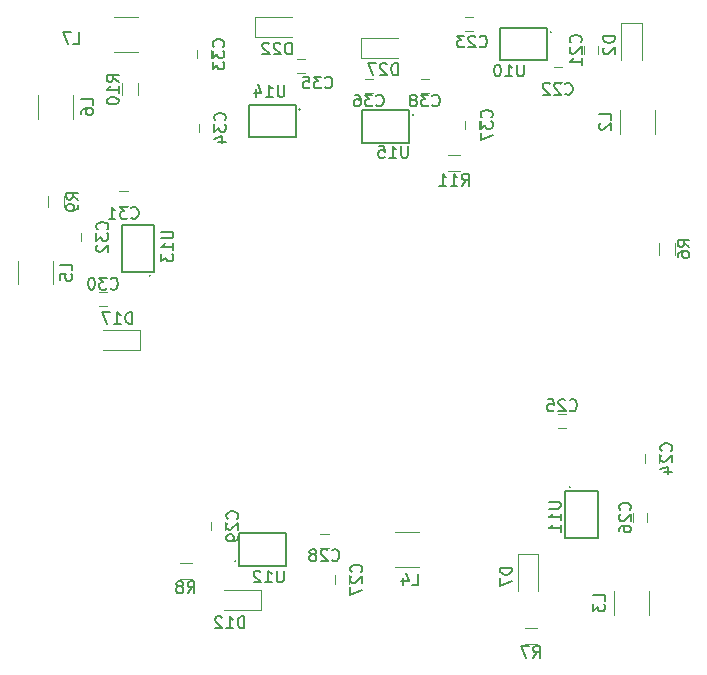
<source format=gbo>
G04 #@! TF.FileFunction,Legend,Bot*
%FSLAX46Y46*%
G04 Gerber Fmt 4.6, Leading zero omitted, Abs format (unit mm)*
G04 Created by KiCad (PCBNEW 4.0.6) date 08/02/17 22:49:11*
%MOMM*%
%LPD*%
G01*
G04 APERTURE LIST*
%ADD10C,0.100000*%
%ADD11C,0.120000*%
%ADD12C,0.150000*%
%ADD13C,0.101600*%
G04 APERTURE END LIST*
D10*
D11*
X212980000Y-63330000D02*
X212980000Y-64030000D01*
X214180000Y-64030000D02*
X214180000Y-63330000D01*
X210400000Y-66350000D02*
X211100000Y-66350000D01*
X211100000Y-65150000D02*
X210400000Y-65150000D01*
X203600000Y-60900000D02*
X202900000Y-60900000D01*
X202900000Y-62100000D02*
X203600000Y-62100000D01*
X219350000Y-98600000D02*
X219350000Y-97900000D01*
X218150000Y-97900000D02*
X218150000Y-98600000D01*
X211470000Y-94450000D02*
X210770000Y-94450000D01*
X210770000Y-95650000D02*
X211470000Y-95650000D01*
X217150000Y-102900000D02*
X217150000Y-103600000D01*
X218350000Y-103600000D02*
X218350000Y-102900000D01*
X193100000Y-108850000D02*
X193100000Y-108150000D01*
X191900000Y-108150000D02*
X191900000Y-108850000D01*
X190650000Y-105850000D02*
X191350000Y-105850000D01*
X191350000Y-104650000D02*
X190650000Y-104650000D01*
X182600000Y-104350000D02*
X182600000Y-103650000D01*
X181400000Y-103650000D02*
X181400000Y-104350000D01*
X172600000Y-84150000D02*
X171900000Y-84150000D01*
X171900000Y-85350000D02*
X172600000Y-85350000D01*
X173650000Y-76850000D02*
X174350000Y-76850000D01*
X174350000Y-75650000D02*
X173650000Y-75650000D01*
X171600000Y-79850000D02*
X171600000Y-79150000D01*
X170400000Y-79150000D02*
X170400000Y-79850000D01*
X181430000Y-64390000D02*
X181430000Y-63690000D01*
X180230000Y-63690000D02*
X180230000Y-64390000D01*
X181570000Y-70620000D02*
X181570000Y-69920000D01*
X180370000Y-69920000D02*
X180370000Y-70620000D01*
X189350000Y-64400000D02*
X188650000Y-64400000D01*
X188650000Y-65600000D02*
X189350000Y-65600000D01*
X194400000Y-67350000D02*
X195100000Y-67350000D01*
X195100000Y-66150000D02*
X194400000Y-66150000D01*
X204130000Y-70370000D02*
X204130000Y-69670000D01*
X202930000Y-69670000D02*
X202930000Y-70370000D01*
X199150000Y-67350000D02*
X199850000Y-67350000D01*
X199850000Y-66150000D02*
X199150000Y-66150000D01*
X218980000Y-70750000D02*
X218980000Y-68750000D01*
X216020000Y-68750000D02*
X216020000Y-70750000D01*
X218480000Y-111500000D02*
X218480000Y-109500000D01*
X215520000Y-109500000D02*
X215520000Y-111500000D01*
X197000000Y-107480000D02*
X199000000Y-107480000D01*
X199000000Y-104520000D02*
X197000000Y-104520000D01*
X165020000Y-81500000D02*
X165020000Y-83500000D01*
X167980000Y-83500000D02*
X167980000Y-81500000D01*
X166770000Y-67480000D02*
X166770000Y-69480000D01*
X169730000Y-69480000D02*
X169730000Y-67480000D01*
X175200000Y-60840000D02*
X173200000Y-60840000D01*
X173200000Y-63800000D02*
X175200000Y-63800000D01*
X219320000Y-80000000D02*
X219320000Y-81000000D01*
X220680000Y-81000000D02*
X220680000Y-80000000D01*
X209000000Y-112570000D02*
X208000000Y-112570000D01*
X208000000Y-113930000D02*
X209000000Y-113930000D01*
X179750000Y-107070000D02*
X178750000Y-107070000D01*
X178750000Y-108430000D02*
X179750000Y-108430000D01*
X167570000Y-76000000D02*
X167570000Y-77000000D01*
X168930000Y-77000000D02*
X168930000Y-76000000D01*
X175250000Y-67500000D02*
X175250000Y-66500000D01*
X173890000Y-66500000D02*
X173890000Y-67500000D01*
X202500000Y-72570000D02*
X201500000Y-72570000D01*
X201500000Y-73930000D02*
X202500000Y-73930000D01*
X216150000Y-61350000D02*
X217850000Y-61350000D01*
X217850000Y-61350000D02*
X217850000Y-64500000D01*
X216150000Y-61350000D02*
X216150000Y-64500000D01*
X207400000Y-106350000D02*
X209100000Y-106350000D01*
X209100000Y-106350000D02*
X209100000Y-109500000D01*
X207400000Y-106350000D02*
X207400000Y-109500000D01*
X185650000Y-109400000D02*
X185650000Y-111100000D01*
X185650000Y-111100000D02*
X182500000Y-111100000D01*
X185650000Y-109400000D02*
X182500000Y-109400000D01*
X175400000Y-87400000D02*
X175400000Y-89100000D01*
X175400000Y-89100000D02*
X172250000Y-89100000D01*
X175400000Y-87400000D02*
X172250000Y-87400000D01*
X185100000Y-62600000D02*
X185100000Y-60900000D01*
X185100000Y-60900000D02*
X188250000Y-60900000D01*
X185100000Y-62600000D02*
X188250000Y-62600000D01*
X194100000Y-64350000D02*
X194100000Y-62650000D01*
X194100000Y-62650000D02*
X197250000Y-62650000D01*
X194100000Y-64350000D02*
X197250000Y-64350000D01*
D12*
X183800000Y-104600000D02*
X183750000Y-104600000D01*
X183800000Y-107350000D02*
X183750000Y-107350000D01*
X183750000Y-107350000D02*
X183750000Y-104600000D01*
X183800000Y-107350000D02*
X187750000Y-107350000D01*
X187750000Y-107350000D02*
X187750000Y-104600000D01*
X187750000Y-104600000D02*
X183800000Y-104600000D01*
D13*
X183518570Y-106959680D02*
G75*
G03X183518570Y-106959680I-68250J0D01*
G01*
D12*
X214150000Y-101050000D02*
X214150000Y-101000000D01*
X211400000Y-101050000D02*
X211400000Y-101000000D01*
X211400000Y-101000000D02*
X214150000Y-101000000D01*
X211400000Y-101050000D02*
X211400000Y-105000000D01*
X211400000Y-105000000D02*
X214150000Y-105000000D01*
X214150000Y-105000000D02*
X214150000Y-101050000D01*
D13*
X211858570Y-100700320D02*
G75*
G03X211858570Y-100700320I-68250J0D01*
G01*
D12*
X173850000Y-82450000D02*
X173850000Y-82500000D01*
X176600000Y-82450000D02*
X176600000Y-82500000D01*
X176600000Y-82500000D02*
X173850000Y-82500000D01*
X176600000Y-82450000D02*
X176600000Y-78500000D01*
X176600000Y-78500000D02*
X173850000Y-78500000D01*
X173850000Y-78500000D02*
X173850000Y-82450000D01*
D13*
X176277930Y-82799680D02*
G75*
G03X176277930Y-82799680I-68250J0D01*
G01*
D12*
X188530000Y-71080000D02*
X188580000Y-71080000D01*
X188530000Y-68330000D02*
X188580000Y-68330000D01*
X188580000Y-68330000D02*
X188580000Y-71080000D01*
X188530000Y-68330000D02*
X184580000Y-68330000D01*
X184580000Y-68330000D02*
X184580000Y-71080000D01*
X184580000Y-71080000D02*
X188530000Y-71080000D01*
D13*
X188947930Y-68720320D02*
G75*
G03X188947930Y-68720320I-68250J0D01*
G01*
D12*
X198140000Y-71530000D02*
X198190000Y-71530000D01*
X198140000Y-68780000D02*
X198190000Y-68780000D01*
X198190000Y-68780000D02*
X198190000Y-71530000D01*
X198140000Y-68780000D02*
X194190000Y-68780000D01*
X194190000Y-68780000D02*
X194190000Y-71530000D01*
X194190000Y-71530000D02*
X198140000Y-71530000D01*
D13*
X198557930Y-69170320D02*
G75*
G03X198557930Y-69170320I-68250J0D01*
G01*
D12*
X209820000Y-64540000D02*
X209870000Y-64540000D01*
X209820000Y-61790000D02*
X209870000Y-61790000D01*
X209870000Y-61790000D02*
X209870000Y-64540000D01*
X209820000Y-61790000D02*
X205870000Y-61790000D01*
X205870000Y-61790000D02*
X205870000Y-64540000D01*
X205870000Y-64540000D02*
X209820000Y-64540000D01*
D13*
X210237930Y-62180320D02*
G75*
G03X210237930Y-62180320I-68250J0D01*
G01*
D12*
X212687143Y-63037143D02*
X212734762Y-62989524D01*
X212782381Y-62846667D01*
X212782381Y-62751429D01*
X212734762Y-62608571D01*
X212639524Y-62513333D01*
X212544286Y-62465714D01*
X212353810Y-62418095D01*
X212210952Y-62418095D01*
X212020476Y-62465714D01*
X211925238Y-62513333D01*
X211830000Y-62608571D01*
X211782381Y-62751429D01*
X211782381Y-62846667D01*
X211830000Y-62989524D01*
X211877619Y-63037143D01*
X211877619Y-63418095D02*
X211830000Y-63465714D01*
X211782381Y-63560952D01*
X211782381Y-63799048D01*
X211830000Y-63894286D01*
X211877619Y-63941905D01*
X211972857Y-63989524D01*
X212068095Y-63989524D01*
X212210952Y-63941905D01*
X212782381Y-63370476D01*
X212782381Y-63989524D01*
X212782381Y-64941905D02*
X212782381Y-64370476D01*
X212782381Y-64656190D02*
X211782381Y-64656190D01*
X211925238Y-64560952D01*
X212020476Y-64465714D01*
X212068095Y-64370476D01*
X211392857Y-67357143D02*
X211440476Y-67404762D01*
X211583333Y-67452381D01*
X211678571Y-67452381D01*
X211821429Y-67404762D01*
X211916667Y-67309524D01*
X211964286Y-67214286D01*
X212011905Y-67023810D01*
X212011905Y-66880952D01*
X211964286Y-66690476D01*
X211916667Y-66595238D01*
X211821429Y-66500000D01*
X211678571Y-66452381D01*
X211583333Y-66452381D01*
X211440476Y-66500000D01*
X211392857Y-66547619D01*
X211011905Y-66547619D02*
X210964286Y-66500000D01*
X210869048Y-66452381D01*
X210630952Y-66452381D01*
X210535714Y-66500000D01*
X210488095Y-66547619D01*
X210440476Y-66642857D01*
X210440476Y-66738095D01*
X210488095Y-66880952D01*
X211059524Y-67452381D01*
X210440476Y-67452381D01*
X210059524Y-66547619D02*
X210011905Y-66500000D01*
X209916667Y-66452381D01*
X209678571Y-66452381D01*
X209583333Y-66500000D01*
X209535714Y-66547619D01*
X209488095Y-66642857D01*
X209488095Y-66738095D01*
X209535714Y-66880952D01*
X210107143Y-67452381D01*
X209488095Y-67452381D01*
X204142857Y-63357143D02*
X204190476Y-63404762D01*
X204333333Y-63452381D01*
X204428571Y-63452381D01*
X204571429Y-63404762D01*
X204666667Y-63309524D01*
X204714286Y-63214286D01*
X204761905Y-63023810D01*
X204761905Y-62880952D01*
X204714286Y-62690476D01*
X204666667Y-62595238D01*
X204571429Y-62500000D01*
X204428571Y-62452381D01*
X204333333Y-62452381D01*
X204190476Y-62500000D01*
X204142857Y-62547619D01*
X203761905Y-62547619D02*
X203714286Y-62500000D01*
X203619048Y-62452381D01*
X203380952Y-62452381D01*
X203285714Y-62500000D01*
X203238095Y-62547619D01*
X203190476Y-62642857D01*
X203190476Y-62738095D01*
X203238095Y-62880952D01*
X203809524Y-63452381D01*
X203190476Y-63452381D01*
X202857143Y-62452381D02*
X202238095Y-62452381D01*
X202571429Y-62833333D01*
X202428571Y-62833333D01*
X202333333Y-62880952D01*
X202285714Y-62928571D01*
X202238095Y-63023810D01*
X202238095Y-63261905D01*
X202285714Y-63357143D01*
X202333333Y-63404762D01*
X202428571Y-63452381D01*
X202714286Y-63452381D01*
X202809524Y-63404762D01*
X202857143Y-63357143D01*
X220357143Y-97607143D02*
X220404762Y-97559524D01*
X220452381Y-97416667D01*
X220452381Y-97321429D01*
X220404762Y-97178571D01*
X220309524Y-97083333D01*
X220214286Y-97035714D01*
X220023810Y-96988095D01*
X219880952Y-96988095D01*
X219690476Y-97035714D01*
X219595238Y-97083333D01*
X219500000Y-97178571D01*
X219452381Y-97321429D01*
X219452381Y-97416667D01*
X219500000Y-97559524D01*
X219547619Y-97607143D01*
X219547619Y-97988095D02*
X219500000Y-98035714D01*
X219452381Y-98130952D01*
X219452381Y-98369048D01*
X219500000Y-98464286D01*
X219547619Y-98511905D01*
X219642857Y-98559524D01*
X219738095Y-98559524D01*
X219880952Y-98511905D01*
X220452381Y-97940476D01*
X220452381Y-98559524D01*
X219785714Y-99416667D02*
X220452381Y-99416667D01*
X219404762Y-99178571D02*
X220119048Y-98940476D01*
X220119048Y-99559524D01*
X211762857Y-94157143D02*
X211810476Y-94204762D01*
X211953333Y-94252381D01*
X212048571Y-94252381D01*
X212191429Y-94204762D01*
X212286667Y-94109524D01*
X212334286Y-94014286D01*
X212381905Y-93823810D01*
X212381905Y-93680952D01*
X212334286Y-93490476D01*
X212286667Y-93395238D01*
X212191429Y-93300000D01*
X212048571Y-93252381D01*
X211953333Y-93252381D01*
X211810476Y-93300000D01*
X211762857Y-93347619D01*
X211381905Y-93347619D02*
X211334286Y-93300000D01*
X211239048Y-93252381D01*
X211000952Y-93252381D01*
X210905714Y-93300000D01*
X210858095Y-93347619D01*
X210810476Y-93442857D01*
X210810476Y-93538095D01*
X210858095Y-93680952D01*
X211429524Y-94252381D01*
X210810476Y-94252381D01*
X209905714Y-93252381D02*
X210381905Y-93252381D01*
X210429524Y-93728571D01*
X210381905Y-93680952D01*
X210286667Y-93633333D01*
X210048571Y-93633333D01*
X209953333Y-93680952D01*
X209905714Y-93728571D01*
X209858095Y-93823810D01*
X209858095Y-94061905D01*
X209905714Y-94157143D01*
X209953333Y-94204762D01*
X210048571Y-94252381D01*
X210286667Y-94252381D01*
X210381905Y-94204762D01*
X210429524Y-94157143D01*
X216857143Y-102607143D02*
X216904762Y-102559524D01*
X216952381Y-102416667D01*
X216952381Y-102321429D01*
X216904762Y-102178571D01*
X216809524Y-102083333D01*
X216714286Y-102035714D01*
X216523810Y-101988095D01*
X216380952Y-101988095D01*
X216190476Y-102035714D01*
X216095238Y-102083333D01*
X216000000Y-102178571D01*
X215952381Y-102321429D01*
X215952381Y-102416667D01*
X216000000Y-102559524D01*
X216047619Y-102607143D01*
X216047619Y-102988095D02*
X216000000Y-103035714D01*
X215952381Y-103130952D01*
X215952381Y-103369048D01*
X216000000Y-103464286D01*
X216047619Y-103511905D01*
X216142857Y-103559524D01*
X216238095Y-103559524D01*
X216380952Y-103511905D01*
X216952381Y-102940476D01*
X216952381Y-103559524D01*
X215952381Y-104416667D02*
X215952381Y-104226190D01*
X216000000Y-104130952D01*
X216047619Y-104083333D01*
X216190476Y-103988095D01*
X216380952Y-103940476D01*
X216761905Y-103940476D01*
X216857143Y-103988095D01*
X216904762Y-104035714D01*
X216952381Y-104130952D01*
X216952381Y-104321429D01*
X216904762Y-104416667D01*
X216857143Y-104464286D01*
X216761905Y-104511905D01*
X216523810Y-104511905D01*
X216428571Y-104464286D01*
X216380952Y-104416667D01*
X216333333Y-104321429D01*
X216333333Y-104130952D01*
X216380952Y-104035714D01*
X216428571Y-103988095D01*
X216523810Y-103940476D01*
X194107143Y-107857143D02*
X194154762Y-107809524D01*
X194202381Y-107666667D01*
X194202381Y-107571429D01*
X194154762Y-107428571D01*
X194059524Y-107333333D01*
X193964286Y-107285714D01*
X193773810Y-107238095D01*
X193630952Y-107238095D01*
X193440476Y-107285714D01*
X193345238Y-107333333D01*
X193250000Y-107428571D01*
X193202381Y-107571429D01*
X193202381Y-107666667D01*
X193250000Y-107809524D01*
X193297619Y-107857143D01*
X193297619Y-108238095D02*
X193250000Y-108285714D01*
X193202381Y-108380952D01*
X193202381Y-108619048D01*
X193250000Y-108714286D01*
X193297619Y-108761905D01*
X193392857Y-108809524D01*
X193488095Y-108809524D01*
X193630952Y-108761905D01*
X194202381Y-108190476D01*
X194202381Y-108809524D01*
X193202381Y-109142857D02*
X193202381Y-109809524D01*
X194202381Y-109380952D01*
X191642857Y-106857143D02*
X191690476Y-106904762D01*
X191833333Y-106952381D01*
X191928571Y-106952381D01*
X192071429Y-106904762D01*
X192166667Y-106809524D01*
X192214286Y-106714286D01*
X192261905Y-106523810D01*
X192261905Y-106380952D01*
X192214286Y-106190476D01*
X192166667Y-106095238D01*
X192071429Y-106000000D01*
X191928571Y-105952381D01*
X191833333Y-105952381D01*
X191690476Y-106000000D01*
X191642857Y-106047619D01*
X191261905Y-106047619D02*
X191214286Y-106000000D01*
X191119048Y-105952381D01*
X190880952Y-105952381D01*
X190785714Y-106000000D01*
X190738095Y-106047619D01*
X190690476Y-106142857D01*
X190690476Y-106238095D01*
X190738095Y-106380952D01*
X191309524Y-106952381D01*
X190690476Y-106952381D01*
X190119048Y-106380952D02*
X190214286Y-106333333D01*
X190261905Y-106285714D01*
X190309524Y-106190476D01*
X190309524Y-106142857D01*
X190261905Y-106047619D01*
X190214286Y-106000000D01*
X190119048Y-105952381D01*
X189928571Y-105952381D01*
X189833333Y-106000000D01*
X189785714Y-106047619D01*
X189738095Y-106142857D01*
X189738095Y-106190476D01*
X189785714Y-106285714D01*
X189833333Y-106333333D01*
X189928571Y-106380952D01*
X190119048Y-106380952D01*
X190214286Y-106428571D01*
X190261905Y-106476190D01*
X190309524Y-106571429D01*
X190309524Y-106761905D01*
X190261905Y-106857143D01*
X190214286Y-106904762D01*
X190119048Y-106952381D01*
X189928571Y-106952381D01*
X189833333Y-106904762D01*
X189785714Y-106857143D01*
X189738095Y-106761905D01*
X189738095Y-106571429D01*
X189785714Y-106476190D01*
X189833333Y-106428571D01*
X189928571Y-106380952D01*
X183607143Y-103357143D02*
X183654762Y-103309524D01*
X183702381Y-103166667D01*
X183702381Y-103071429D01*
X183654762Y-102928571D01*
X183559524Y-102833333D01*
X183464286Y-102785714D01*
X183273810Y-102738095D01*
X183130952Y-102738095D01*
X182940476Y-102785714D01*
X182845238Y-102833333D01*
X182750000Y-102928571D01*
X182702381Y-103071429D01*
X182702381Y-103166667D01*
X182750000Y-103309524D01*
X182797619Y-103357143D01*
X182797619Y-103738095D02*
X182750000Y-103785714D01*
X182702381Y-103880952D01*
X182702381Y-104119048D01*
X182750000Y-104214286D01*
X182797619Y-104261905D01*
X182892857Y-104309524D01*
X182988095Y-104309524D01*
X183130952Y-104261905D01*
X183702381Y-103690476D01*
X183702381Y-104309524D01*
X183702381Y-104785714D02*
X183702381Y-104976190D01*
X183654762Y-105071429D01*
X183607143Y-105119048D01*
X183464286Y-105214286D01*
X183273810Y-105261905D01*
X182892857Y-105261905D01*
X182797619Y-105214286D01*
X182750000Y-105166667D01*
X182702381Y-105071429D01*
X182702381Y-104880952D01*
X182750000Y-104785714D01*
X182797619Y-104738095D01*
X182892857Y-104690476D01*
X183130952Y-104690476D01*
X183226190Y-104738095D01*
X183273810Y-104785714D01*
X183321429Y-104880952D01*
X183321429Y-105071429D01*
X183273810Y-105166667D01*
X183226190Y-105214286D01*
X183130952Y-105261905D01*
X172892857Y-83857143D02*
X172940476Y-83904762D01*
X173083333Y-83952381D01*
X173178571Y-83952381D01*
X173321429Y-83904762D01*
X173416667Y-83809524D01*
X173464286Y-83714286D01*
X173511905Y-83523810D01*
X173511905Y-83380952D01*
X173464286Y-83190476D01*
X173416667Y-83095238D01*
X173321429Y-83000000D01*
X173178571Y-82952381D01*
X173083333Y-82952381D01*
X172940476Y-83000000D01*
X172892857Y-83047619D01*
X172559524Y-82952381D02*
X171940476Y-82952381D01*
X172273810Y-83333333D01*
X172130952Y-83333333D01*
X172035714Y-83380952D01*
X171988095Y-83428571D01*
X171940476Y-83523810D01*
X171940476Y-83761905D01*
X171988095Y-83857143D01*
X172035714Y-83904762D01*
X172130952Y-83952381D01*
X172416667Y-83952381D01*
X172511905Y-83904762D01*
X172559524Y-83857143D01*
X171321429Y-82952381D02*
X171226190Y-82952381D01*
X171130952Y-83000000D01*
X171083333Y-83047619D01*
X171035714Y-83142857D01*
X170988095Y-83333333D01*
X170988095Y-83571429D01*
X171035714Y-83761905D01*
X171083333Y-83857143D01*
X171130952Y-83904762D01*
X171226190Y-83952381D01*
X171321429Y-83952381D01*
X171416667Y-83904762D01*
X171464286Y-83857143D01*
X171511905Y-83761905D01*
X171559524Y-83571429D01*
X171559524Y-83333333D01*
X171511905Y-83142857D01*
X171464286Y-83047619D01*
X171416667Y-83000000D01*
X171321429Y-82952381D01*
X174642857Y-77857143D02*
X174690476Y-77904762D01*
X174833333Y-77952381D01*
X174928571Y-77952381D01*
X175071429Y-77904762D01*
X175166667Y-77809524D01*
X175214286Y-77714286D01*
X175261905Y-77523810D01*
X175261905Y-77380952D01*
X175214286Y-77190476D01*
X175166667Y-77095238D01*
X175071429Y-77000000D01*
X174928571Y-76952381D01*
X174833333Y-76952381D01*
X174690476Y-77000000D01*
X174642857Y-77047619D01*
X174309524Y-76952381D02*
X173690476Y-76952381D01*
X174023810Y-77333333D01*
X173880952Y-77333333D01*
X173785714Y-77380952D01*
X173738095Y-77428571D01*
X173690476Y-77523810D01*
X173690476Y-77761905D01*
X173738095Y-77857143D01*
X173785714Y-77904762D01*
X173880952Y-77952381D01*
X174166667Y-77952381D01*
X174261905Y-77904762D01*
X174309524Y-77857143D01*
X172738095Y-77952381D02*
X173309524Y-77952381D01*
X173023810Y-77952381D02*
X173023810Y-76952381D01*
X173119048Y-77095238D01*
X173214286Y-77190476D01*
X173309524Y-77238095D01*
X172607143Y-78857143D02*
X172654762Y-78809524D01*
X172702381Y-78666667D01*
X172702381Y-78571429D01*
X172654762Y-78428571D01*
X172559524Y-78333333D01*
X172464286Y-78285714D01*
X172273810Y-78238095D01*
X172130952Y-78238095D01*
X171940476Y-78285714D01*
X171845238Y-78333333D01*
X171750000Y-78428571D01*
X171702381Y-78571429D01*
X171702381Y-78666667D01*
X171750000Y-78809524D01*
X171797619Y-78857143D01*
X171702381Y-79190476D02*
X171702381Y-79809524D01*
X172083333Y-79476190D01*
X172083333Y-79619048D01*
X172130952Y-79714286D01*
X172178571Y-79761905D01*
X172273810Y-79809524D01*
X172511905Y-79809524D01*
X172607143Y-79761905D01*
X172654762Y-79714286D01*
X172702381Y-79619048D01*
X172702381Y-79333333D01*
X172654762Y-79238095D01*
X172607143Y-79190476D01*
X171797619Y-80190476D02*
X171750000Y-80238095D01*
X171702381Y-80333333D01*
X171702381Y-80571429D01*
X171750000Y-80666667D01*
X171797619Y-80714286D01*
X171892857Y-80761905D01*
X171988095Y-80761905D01*
X172130952Y-80714286D01*
X172702381Y-80142857D01*
X172702381Y-80761905D01*
X182437143Y-63397143D02*
X182484762Y-63349524D01*
X182532381Y-63206667D01*
X182532381Y-63111429D01*
X182484762Y-62968571D01*
X182389524Y-62873333D01*
X182294286Y-62825714D01*
X182103810Y-62778095D01*
X181960952Y-62778095D01*
X181770476Y-62825714D01*
X181675238Y-62873333D01*
X181580000Y-62968571D01*
X181532381Y-63111429D01*
X181532381Y-63206667D01*
X181580000Y-63349524D01*
X181627619Y-63397143D01*
X181532381Y-63730476D02*
X181532381Y-64349524D01*
X181913333Y-64016190D01*
X181913333Y-64159048D01*
X181960952Y-64254286D01*
X182008571Y-64301905D01*
X182103810Y-64349524D01*
X182341905Y-64349524D01*
X182437143Y-64301905D01*
X182484762Y-64254286D01*
X182532381Y-64159048D01*
X182532381Y-63873333D01*
X182484762Y-63778095D01*
X182437143Y-63730476D01*
X181532381Y-64682857D02*
X181532381Y-65301905D01*
X181913333Y-64968571D01*
X181913333Y-65111429D01*
X181960952Y-65206667D01*
X182008571Y-65254286D01*
X182103810Y-65301905D01*
X182341905Y-65301905D01*
X182437143Y-65254286D01*
X182484762Y-65206667D01*
X182532381Y-65111429D01*
X182532381Y-64825714D01*
X182484762Y-64730476D01*
X182437143Y-64682857D01*
X182577143Y-69627143D02*
X182624762Y-69579524D01*
X182672381Y-69436667D01*
X182672381Y-69341429D01*
X182624762Y-69198571D01*
X182529524Y-69103333D01*
X182434286Y-69055714D01*
X182243810Y-69008095D01*
X182100952Y-69008095D01*
X181910476Y-69055714D01*
X181815238Y-69103333D01*
X181720000Y-69198571D01*
X181672381Y-69341429D01*
X181672381Y-69436667D01*
X181720000Y-69579524D01*
X181767619Y-69627143D01*
X181672381Y-69960476D02*
X181672381Y-70579524D01*
X182053333Y-70246190D01*
X182053333Y-70389048D01*
X182100952Y-70484286D01*
X182148571Y-70531905D01*
X182243810Y-70579524D01*
X182481905Y-70579524D01*
X182577143Y-70531905D01*
X182624762Y-70484286D01*
X182672381Y-70389048D01*
X182672381Y-70103333D01*
X182624762Y-70008095D01*
X182577143Y-69960476D01*
X182005714Y-71436667D02*
X182672381Y-71436667D01*
X181624762Y-71198571D02*
X182339048Y-70960476D01*
X182339048Y-71579524D01*
X191062857Y-66827143D02*
X191110476Y-66874762D01*
X191253333Y-66922381D01*
X191348571Y-66922381D01*
X191491429Y-66874762D01*
X191586667Y-66779524D01*
X191634286Y-66684286D01*
X191681905Y-66493810D01*
X191681905Y-66350952D01*
X191634286Y-66160476D01*
X191586667Y-66065238D01*
X191491429Y-65970000D01*
X191348571Y-65922381D01*
X191253333Y-65922381D01*
X191110476Y-65970000D01*
X191062857Y-66017619D01*
X190729524Y-65922381D02*
X190110476Y-65922381D01*
X190443810Y-66303333D01*
X190300952Y-66303333D01*
X190205714Y-66350952D01*
X190158095Y-66398571D01*
X190110476Y-66493810D01*
X190110476Y-66731905D01*
X190158095Y-66827143D01*
X190205714Y-66874762D01*
X190300952Y-66922381D01*
X190586667Y-66922381D01*
X190681905Y-66874762D01*
X190729524Y-66827143D01*
X189205714Y-65922381D02*
X189681905Y-65922381D01*
X189729524Y-66398571D01*
X189681905Y-66350952D01*
X189586667Y-66303333D01*
X189348571Y-66303333D01*
X189253333Y-66350952D01*
X189205714Y-66398571D01*
X189158095Y-66493810D01*
X189158095Y-66731905D01*
X189205714Y-66827143D01*
X189253333Y-66874762D01*
X189348571Y-66922381D01*
X189586667Y-66922381D01*
X189681905Y-66874762D01*
X189729524Y-66827143D01*
X195392857Y-68357143D02*
X195440476Y-68404762D01*
X195583333Y-68452381D01*
X195678571Y-68452381D01*
X195821429Y-68404762D01*
X195916667Y-68309524D01*
X195964286Y-68214286D01*
X196011905Y-68023810D01*
X196011905Y-67880952D01*
X195964286Y-67690476D01*
X195916667Y-67595238D01*
X195821429Y-67500000D01*
X195678571Y-67452381D01*
X195583333Y-67452381D01*
X195440476Y-67500000D01*
X195392857Y-67547619D01*
X195059524Y-67452381D02*
X194440476Y-67452381D01*
X194773810Y-67833333D01*
X194630952Y-67833333D01*
X194535714Y-67880952D01*
X194488095Y-67928571D01*
X194440476Y-68023810D01*
X194440476Y-68261905D01*
X194488095Y-68357143D01*
X194535714Y-68404762D01*
X194630952Y-68452381D01*
X194916667Y-68452381D01*
X195011905Y-68404762D01*
X195059524Y-68357143D01*
X193583333Y-67452381D02*
X193773810Y-67452381D01*
X193869048Y-67500000D01*
X193916667Y-67547619D01*
X194011905Y-67690476D01*
X194059524Y-67880952D01*
X194059524Y-68261905D01*
X194011905Y-68357143D01*
X193964286Y-68404762D01*
X193869048Y-68452381D01*
X193678571Y-68452381D01*
X193583333Y-68404762D01*
X193535714Y-68357143D01*
X193488095Y-68261905D01*
X193488095Y-68023810D01*
X193535714Y-67928571D01*
X193583333Y-67880952D01*
X193678571Y-67833333D01*
X193869048Y-67833333D01*
X193964286Y-67880952D01*
X194011905Y-67928571D01*
X194059524Y-68023810D01*
X205137143Y-69377143D02*
X205184762Y-69329524D01*
X205232381Y-69186667D01*
X205232381Y-69091429D01*
X205184762Y-68948571D01*
X205089524Y-68853333D01*
X204994286Y-68805714D01*
X204803810Y-68758095D01*
X204660952Y-68758095D01*
X204470476Y-68805714D01*
X204375238Y-68853333D01*
X204280000Y-68948571D01*
X204232381Y-69091429D01*
X204232381Y-69186667D01*
X204280000Y-69329524D01*
X204327619Y-69377143D01*
X204232381Y-69710476D02*
X204232381Y-70329524D01*
X204613333Y-69996190D01*
X204613333Y-70139048D01*
X204660952Y-70234286D01*
X204708571Y-70281905D01*
X204803810Y-70329524D01*
X205041905Y-70329524D01*
X205137143Y-70281905D01*
X205184762Y-70234286D01*
X205232381Y-70139048D01*
X205232381Y-69853333D01*
X205184762Y-69758095D01*
X205137143Y-69710476D01*
X204232381Y-70662857D02*
X204232381Y-71329524D01*
X205232381Y-70900952D01*
X200142857Y-68357143D02*
X200190476Y-68404762D01*
X200333333Y-68452381D01*
X200428571Y-68452381D01*
X200571429Y-68404762D01*
X200666667Y-68309524D01*
X200714286Y-68214286D01*
X200761905Y-68023810D01*
X200761905Y-67880952D01*
X200714286Y-67690476D01*
X200666667Y-67595238D01*
X200571429Y-67500000D01*
X200428571Y-67452381D01*
X200333333Y-67452381D01*
X200190476Y-67500000D01*
X200142857Y-67547619D01*
X199809524Y-67452381D02*
X199190476Y-67452381D01*
X199523810Y-67833333D01*
X199380952Y-67833333D01*
X199285714Y-67880952D01*
X199238095Y-67928571D01*
X199190476Y-68023810D01*
X199190476Y-68261905D01*
X199238095Y-68357143D01*
X199285714Y-68404762D01*
X199380952Y-68452381D01*
X199666667Y-68452381D01*
X199761905Y-68404762D01*
X199809524Y-68357143D01*
X198619048Y-67880952D02*
X198714286Y-67833333D01*
X198761905Y-67785714D01*
X198809524Y-67690476D01*
X198809524Y-67642857D01*
X198761905Y-67547619D01*
X198714286Y-67500000D01*
X198619048Y-67452381D01*
X198428571Y-67452381D01*
X198333333Y-67500000D01*
X198285714Y-67547619D01*
X198238095Y-67642857D01*
X198238095Y-67690476D01*
X198285714Y-67785714D01*
X198333333Y-67833333D01*
X198428571Y-67880952D01*
X198619048Y-67880952D01*
X198714286Y-67928571D01*
X198761905Y-67976190D01*
X198809524Y-68071429D01*
X198809524Y-68261905D01*
X198761905Y-68357143D01*
X198714286Y-68404762D01*
X198619048Y-68452381D01*
X198428571Y-68452381D01*
X198333333Y-68404762D01*
X198285714Y-68357143D01*
X198238095Y-68261905D01*
X198238095Y-68071429D01*
X198285714Y-67976190D01*
X198333333Y-67928571D01*
X198428571Y-67880952D01*
X215252381Y-69583334D02*
X215252381Y-69107143D01*
X214252381Y-69107143D01*
X214347619Y-69869048D02*
X214300000Y-69916667D01*
X214252381Y-70011905D01*
X214252381Y-70250001D01*
X214300000Y-70345239D01*
X214347619Y-70392858D01*
X214442857Y-70440477D01*
X214538095Y-70440477D01*
X214680952Y-70392858D01*
X215252381Y-69821429D01*
X215252381Y-70440477D01*
X214752381Y-110333334D02*
X214752381Y-109857143D01*
X213752381Y-109857143D01*
X213752381Y-110571429D02*
X213752381Y-111190477D01*
X214133333Y-110857143D01*
X214133333Y-111000001D01*
X214180952Y-111095239D01*
X214228571Y-111142858D01*
X214323810Y-111190477D01*
X214561905Y-111190477D01*
X214657143Y-111142858D01*
X214704762Y-111095239D01*
X214752381Y-111000001D01*
X214752381Y-110714286D01*
X214704762Y-110619048D01*
X214657143Y-110571429D01*
X198426666Y-109002381D02*
X198902857Y-109002381D01*
X198902857Y-108002381D01*
X197664761Y-108335714D02*
X197664761Y-109002381D01*
X197902857Y-107954762D02*
X198140952Y-108669048D01*
X197521904Y-108669048D01*
X169652381Y-82333334D02*
X169652381Y-81857143D01*
X168652381Y-81857143D01*
X168652381Y-83142858D02*
X168652381Y-82666667D01*
X169128571Y-82619048D01*
X169080952Y-82666667D01*
X169033333Y-82761905D01*
X169033333Y-83000001D01*
X169080952Y-83095239D01*
X169128571Y-83142858D01*
X169223810Y-83190477D01*
X169461905Y-83190477D01*
X169557143Y-83142858D01*
X169604762Y-83095239D01*
X169652381Y-83000001D01*
X169652381Y-82761905D01*
X169604762Y-82666667D01*
X169557143Y-82619048D01*
X171402381Y-68313334D02*
X171402381Y-67837143D01*
X170402381Y-67837143D01*
X170402381Y-69075239D02*
X170402381Y-68884762D01*
X170450000Y-68789524D01*
X170497619Y-68741905D01*
X170640476Y-68646667D01*
X170830952Y-68599048D01*
X171211905Y-68599048D01*
X171307143Y-68646667D01*
X171354762Y-68694286D01*
X171402381Y-68789524D01*
X171402381Y-68980001D01*
X171354762Y-69075239D01*
X171307143Y-69122858D01*
X171211905Y-69170477D01*
X170973810Y-69170477D01*
X170878571Y-69122858D01*
X170830952Y-69075239D01*
X170783333Y-68980001D01*
X170783333Y-68789524D01*
X170830952Y-68694286D01*
X170878571Y-68646667D01*
X170973810Y-68599048D01*
X169756666Y-63142381D02*
X170232857Y-63142381D01*
X170232857Y-62142381D01*
X169518571Y-62142381D02*
X168851904Y-62142381D01*
X169280476Y-63142381D01*
X221902381Y-80333334D02*
X221426190Y-80000000D01*
X221902381Y-79761905D02*
X220902381Y-79761905D01*
X220902381Y-80142858D01*
X220950000Y-80238096D01*
X220997619Y-80285715D01*
X221092857Y-80333334D01*
X221235714Y-80333334D01*
X221330952Y-80285715D01*
X221378571Y-80238096D01*
X221426190Y-80142858D01*
X221426190Y-79761905D01*
X220902381Y-81190477D02*
X220902381Y-81000000D01*
X220950000Y-80904762D01*
X220997619Y-80857143D01*
X221140476Y-80761905D01*
X221330952Y-80714286D01*
X221711905Y-80714286D01*
X221807143Y-80761905D01*
X221854762Y-80809524D01*
X221902381Y-80904762D01*
X221902381Y-81095239D01*
X221854762Y-81190477D01*
X221807143Y-81238096D01*
X221711905Y-81285715D01*
X221473810Y-81285715D01*
X221378571Y-81238096D01*
X221330952Y-81190477D01*
X221283333Y-81095239D01*
X221283333Y-80904762D01*
X221330952Y-80809524D01*
X221378571Y-80761905D01*
X221473810Y-80714286D01*
X208666666Y-115152381D02*
X209000000Y-114676190D01*
X209238095Y-115152381D02*
X209238095Y-114152381D01*
X208857142Y-114152381D01*
X208761904Y-114200000D01*
X208714285Y-114247619D01*
X208666666Y-114342857D01*
X208666666Y-114485714D01*
X208714285Y-114580952D01*
X208761904Y-114628571D01*
X208857142Y-114676190D01*
X209238095Y-114676190D01*
X208333333Y-114152381D02*
X207666666Y-114152381D01*
X208095238Y-115152381D01*
X179416666Y-109652381D02*
X179750000Y-109176190D01*
X179988095Y-109652381D02*
X179988095Y-108652381D01*
X179607142Y-108652381D01*
X179511904Y-108700000D01*
X179464285Y-108747619D01*
X179416666Y-108842857D01*
X179416666Y-108985714D01*
X179464285Y-109080952D01*
X179511904Y-109128571D01*
X179607142Y-109176190D01*
X179988095Y-109176190D01*
X178845238Y-109080952D02*
X178940476Y-109033333D01*
X178988095Y-108985714D01*
X179035714Y-108890476D01*
X179035714Y-108842857D01*
X178988095Y-108747619D01*
X178940476Y-108700000D01*
X178845238Y-108652381D01*
X178654761Y-108652381D01*
X178559523Y-108700000D01*
X178511904Y-108747619D01*
X178464285Y-108842857D01*
X178464285Y-108890476D01*
X178511904Y-108985714D01*
X178559523Y-109033333D01*
X178654761Y-109080952D01*
X178845238Y-109080952D01*
X178940476Y-109128571D01*
X178988095Y-109176190D01*
X179035714Y-109271429D01*
X179035714Y-109461905D01*
X178988095Y-109557143D01*
X178940476Y-109604762D01*
X178845238Y-109652381D01*
X178654761Y-109652381D01*
X178559523Y-109604762D01*
X178511904Y-109557143D01*
X178464285Y-109461905D01*
X178464285Y-109271429D01*
X178511904Y-109176190D01*
X178559523Y-109128571D01*
X178654761Y-109080952D01*
X170152381Y-76333334D02*
X169676190Y-76000000D01*
X170152381Y-75761905D02*
X169152381Y-75761905D01*
X169152381Y-76142858D01*
X169200000Y-76238096D01*
X169247619Y-76285715D01*
X169342857Y-76333334D01*
X169485714Y-76333334D01*
X169580952Y-76285715D01*
X169628571Y-76238096D01*
X169676190Y-76142858D01*
X169676190Y-75761905D01*
X170152381Y-76809524D02*
X170152381Y-77000000D01*
X170104762Y-77095239D01*
X170057143Y-77142858D01*
X169914286Y-77238096D01*
X169723810Y-77285715D01*
X169342857Y-77285715D01*
X169247619Y-77238096D01*
X169200000Y-77190477D01*
X169152381Y-77095239D01*
X169152381Y-76904762D01*
X169200000Y-76809524D01*
X169247619Y-76761905D01*
X169342857Y-76714286D01*
X169580952Y-76714286D01*
X169676190Y-76761905D01*
X169723810Y-76809524D01*
X169771429Y-76904762D01*
X169771429Y-77095239D01*
X169723810Y-77190477D01*
X169676190Y-77238096D01*
X169580952Y-77285715D01*
X173572381Y-66357143D02*
X173096190Y-66023809D01*
X173572381Y-65785714D02*
X172572381Y-65785714D01*
X172572381Y-66166667D01*
X172620000Y-66261905D01*
X172667619Y-66309524D01*
X172762857Y-66357143D01*
X172905714Y-66357143D01*
X173000952Y-66309524D01*
X173048571Y-66261905D01*
X173096190Y-66166667D01*
X173096190Y-65785714D01*
X173572381Y-67309524D02*
X173572381Y-66738095D01*
X173572381Y-67023809D02*
X172572381Y-67023809D01*
X172715238Y-66928571D01*
X172810476Y-66833333D01*
X172858095Y-66738095D01*
X172572381Y-67928571D02*
X172572381Y-68023810D01*
X172620000Y-68119048D01*
X172667619Y-68166667D01*
X172762857Y-68214286D01*
X172953333Y-68261905D01*
X173191429Y-68261905D01*
X173381905Y-68214286D01*
X173477143Y-68166667D01*
X173524762Y-68119048D01*
X173572381Y-68023810D01*
X173572381Y-67928571D01*
X173524762Y-67833333D01*
X173477143Y-67785714D01*
X173381905Y-67738095D01*
X173191429Y-67690476D01*
X172953333Y-67690476D01*
X172762857Y-67738095D01*
X172667619Y-67785714D01*
X172620000Y-67833333D01*
X172572381Y-67928571D01*
X202642857Y-75152381D02*
X202976191Y-74676190D01*
X203214286Y-75152381D02*
X203214286Y-74152381D01*
X202833333Y-74152381D01*
X202738095Y-74200000D01*
X202690476Y-74247619D01*
X202642857Y-74342857D01*
X202642857Y-74485714D01*
X202690476Y-74580952D01*
X202738095Y-74628571D01*
X202833333Y-74676190D01*
X203214286Y-74676190D01*
X201690476Y-75152381D02*
X202261905Y-75152381D01*
X201976191Y-75152381D02*
X201976191Y-74152381D01*
X202071429Y-74295238D01*
X202166667Y-74390476D01*
X202261905Y-74438095D01*
X200738095Y-75152381D02*
X201309524Y-75152381D01*
X201023810Y-75152381D02*
X201023810Y-74152381D01*
X201119048Y-74295238D01*
X201214286Y-74390476D01*
X201309524Y-74438095D01*
X215602381Y-62511905D02*
X214602381Y-62511905D01*
X214602381Y-62750000D01*
X214650000Y-62892858D01*
X214745238Y-62988096D01*
X214840476Y-63035715D01*
X215030952Y-63083334D01*
X215173810Y-63083334D01*
X215364286Y-63035715D01*
X215459524Y-62988096D01*
X215554762Y-62892858D01*
X215602381Y-62750000D01*
X215602381Y-62511905D01*
X214697619Y-63464286D02*
X214650000Y-63511905D01*
X214602381Y-63607143D01*
X214602381Y-63845239D01*
X214650000Y-63940477D01*
X214697619Y-63988096D01*
X214792857Y-64035715D01*
X214888095Y-64035715D01*
X215030952Y-63988096D01*
X215602381Y-63416667D01*
X215602381Y-64035715D01*
X206852381Y-107511905D02*
X205852381Y-107511905D01*
X205852381Y-107750000D01*
X205900000Y-107892858D01*
X205995238Y-107988096D01*
X206090476Y-108035715D01*
X206280952Y-108083334D01*
X206423810Y-108083334D01*
X206614286Y-108035715D01*
X206709524Y-107988096D01*
X206804762Y-107892858D01*
X206852381Y-107750000D01*
X206852381Y-107511905D01*
X205852381Y-108416667D02*
X205852381Y-109083334D01*
X206852381Y-108654762D01*
X184224286Y-112632381D02*
X184224286Y-111632381D01*
X183986191Y-111632381D01*
X183843333Y-111680000D01*
X183748095Y-111775238D01*
X183700476Y-111870476D01*
X183652857Y-112060952D01*
X183652857Y-112203810D01*
X183700476Y-112394286D01*
X183748095Y-112489524D01*
X183843333Y-112584762D01*
X183986191Y-112632381D01*
X184224286Y-112632381D01*
X182700476Y-112632381D02*
X183271905Y-112632381D01*
X182986191Y-112632381D02*
X182986191Y-111632381D01*
X183081429Y-111775238D01*
X183176667Y-111870476D01*
X183271905Y-111918095D01*
X182319524Y-111727619D02*
X182271905Y-111680000D01*
X182176667Y-111632381D01*
X181938571Y-111632381D01*
X181843333Y-111680000D01*
X181795714Y-111727619D01*
X181748095Y-111822857D01*
X181748095Y-111918095D01*
X181795714Y-112060952D01*
X182367143Y-112632381D01*
X181748095Y-112632381D01*
X174714286Y-86852381D02*
X174714286Y-85852381D01*
X174476191Y-85852381D01*
X174333333Y-85900000D01*
X174238095Y-85995238D01*
X174190476Y-86090476D01*
X174142857Y-86280952D01*
X174142857Y-86423810D01*
X174190476Y-86614286D01*
X174238095Y-86709524D01*
X174333333Y-86804762D01*
X174476191Y-86852381D01*
X174714286Y-86852381D01*
X173190476Y-86852381D02*
X173761905Y-86852381D01*
X173476191Y-86852381D02*
X173476191Y-85852381D01*
X173571429Y-85995238D01*
X173666667Y-86090476D01*
X173761905Y-86138095D01*
X172857143Y-85852381D02*
X172190476Y-85852381D01*
X172619048Y-86852381D01*
X188214286Y-64052381D02*
X188214286Y-63052381D01*
X187976191Y-63052381D01*
X187833333Y-63100000D01*
X187738095Y-63195238D01*
X187690476Y-63290476D01*
X187642857Y-63480952D01*
X187642857Y-63623810D01*
X187690476Y-63814286D01*
X187738095Y-63909524D01*
X187833333Y-64004762D01*
X187976191Y-64052381D01*
X188214286Y-64052381D01*
X187261905Y-63147619D02*
X187214286Y-63100000D01*
X187119048Y-63052381D01*
X186880952Y-63052381D01*
X186785714Y-63100000D01*
X186738095Y-63147619D01*
X186690476Y-63242857D01*
X186690476Y-63338095D01*
X186738095Y-63480952D01*
X187309524Y-64052381D01*
X186690476Y-64052381D01*
X186309524Y-63147619D02*
X186261905Y-63100000D01*
X186166667Y-63052381D01*
X185928571Y-63052381D01*
X185833333Y-63100000D01*
X185785714Y-63147619D01*
X185738095Y-63242857D01*
X185738095Y-63338095D01*
X185785714Y-63480952D01*
X186357143Y-64052381D01*
X185738095Y-64052381D01*
X197214286Y-65802381D02*
X197214286Y-64802381D01*
X196976191Y-64802381D01*
X196833333Y-64850000D01*
X196738095Y-64945238D01*
X196690476Y-65040476D01*
X196642857Y-65230952D01*
X196642857Y-65373810D01*
X196690476Y-65564286D01*
X196738095Y-65659524D01*
X196833333Y-65754762D01*
X196976191Y-65802381D01*
X197214286Y-65802381D01*
X196261905Y-64897619D02*
X196214286Y-64850000D01*
X196119048Y-64802381D01*
X195880952Y-64802381D01*
X195785714Y-64850000D01*
X195738095Y-64897619D01*
X195690476Y-64992857D01*
X195690476Y-65088095D01*
X195738095Y-65230952D01*
X196309524Y-65802381D01*
X195690476Y-65802381D01*
X195357143Y-64802381D02*
X194690476Y-64802381D01*
X195119048Y-65802381D01*
X187538095Y-107752381D02*
X187538095Y-108561905D01*
X187490476Y-108657143D01*
X187442857Y-108704762D01*
X187347619Y-108752381D01*
X187157142Y-108752381D01*
X187061904Y-108704762D01*
X187014285Y-108657143D01*
X186966666Y-108561905D01*
X186966666Y-107752381D01*
X185966666Y-108752381D02*
X186538095Y-108752381D01*
X186252381Y-108752381D02*
X186252381Y-107752381D01*
X186347619Y-107895238D01*
X186442857Y-107990476D01*
X186538095Y-108038095D01*
X185585714Y-107847619D02*
X185538095Y-107800000D01*
X185442857Y-107752381D01*
X185204761Y-107752381D01*
X185109523Y-107800000D01*
X185061904Y-107847619D01*
X185014285Y-107942857D01*
X185014285Y-108038095D01*
X185061904Y-108180952D01*
X185633333Y-108752381D01*
X185014285Y-108752381D01*
X209992381Y-101921905D02*
X210801905Y-101921905D01*
X210897143Y-101969524D01*
X210944762Y-102017143D01*
X210992381Y-102112381D01*
X210992381Y-102302858D01*
X210944762Y-102398096D01*
X210897143Y-102445715D01*
X210801905Y-102493334D01*
X209992381Y-102493334D01*
X210992381Y-103493334D02*
X210992381Y-102921905D01*
X210992381Y-103207619D02*
X209992381Y-103207619D01*
X210135238Y-103112381D01*
X210230476Y-103017143D01*
X210278095Y-102921905D01*
X210992381Y-104445715D02*
X210992381Y-103874286D01*
X210992381Y-104160000D02*
X209992381Y-104160000D01*
X210135238Y-104064762D01*
X210230476Y-103969524D01*
X210278095Y-103874286D01*
X177202381Y-79051905D02*
X178011905Y-79051905D01*
X178107143Y-79099524D01*
X178154762Y-79147143D01*
X178202381Y-79242381D01*
X178202381Y-79432858D01*
X178154762Y-79528096D01*
X178107143Y-79575715D01*
X178011905Y-79623334D01*
X177202381Y-79623334D01*
X178202381Y-80623334D02*
X178202381Y-80051905D01*
X178202381Y-80337619D02*
X177202381Y-80337619D01*
X177345238Y-80242381D01*
X177440476Y-80147143D01*
X177488095Y-80051905D01*
X177202381Y-80956667D02*
X177202381Y-81575715D01*
X177583333Y-81242381D01*
X177583333Y-81385239D01*
X177630952Y-81480477D01*
X177678571Y-81528096D01*
X177773810Y-81575715D01*
X178011905Y-81575715D01*
X178107143Y-81528096D01*
X178154762Y-81480477D01*
X178202381Y-81385239D01*
X178202381Y-81099524D01*
X178154762Y-81004286D01*
X178107143Y-80956667D01*
X187608095Y-66632381D02*
X187608095Y-67441905D01*
X187560476Y-67537143D01*
X187512857Y-67584762D01*
X187417619Y-67632381D01*
X187227142Y-67632381D01*
X187131904Y-67584762D01*
X187084285Y-67537143D01*
X187036666Y-67441905D01*
X187036666Y-66632381D01*
X186036666Y-67632381D02*
X186608095Y-67632381D01*
X186322381Y-67632381D02*
X186322381Y-66632381D01*
X186417619Y-66775238D01*
X186512857Y-66870476D01*
X186608095Y-66918095D01*
X185179523Y-66965714D02*
X185179523Y-67632381D01*
X185417619Y-66584762D02*
X185655714Y-67299048D01*
X185036666Y-67299048D01*
X198058095Y-71792381D02*
X198058095Y-72601905D01*
X198010476Y-72697143D01*
X197962857Y-72744762D01*
X197867619Y-72792381D01*
X197677142Y-72792381D01*
X197581904Y-72744762D01*
X197534285Y-72697143D01*
X197486666Y-72601905D01*
X197486666Y-71792381D01*
X196486666Y-72792381D02*
X197058095Y-72792381D01*
X196772381Y-72792381D02*
X196772381Y-71792381D01*
X196867619Y-71935238D01*
X196962857Y-72030476D01*
X197058095Y-72078095D01*
X195581904Y-71792381D02*
X196058095Y-71792381D01*
X196105714Y-72268571D01*
X196058095Y-72220952D01*
X195962857Y-72173333D01*
X195724761Y-72173333D01*
X195629523Y-72220952D01*
X195581904Y-72268571D01*
X195534285Y-72363810D01*
X195534285Y-72601905D01*
X195581904Y-72697143D01*
X195629523Y-72744762D01*
X195724761Y-72792381D01*
X195962857Y-72792381D01*
X196058095Y-72744762D01*
X196105714Y-72697143D01*
X207888095Y-64902381D02*
X207888095Y-65711905D01*
X207840476Y-65807143D01*
X207792857Y-65854762D01*
X207697619Y-65902381D01*
X207507142Y-65902381D01*
X207411904Y-65854762D01*
X207364285Y-65807143D01*
X207316666Y-65711905D01*
X207316666Y-64902381D01*
X206316666Y-65902381D02*
X206888095Y-65902381D01*
X206602381Y-65902381D02*
X206602381Y-64902381D01*
X206697619Y-65045238D01*
X206792857Y-65140476D01*
X206888095Y-65188095D01*
X205697619Y-64902381D02*
X205602380Y-64902381D01*
X205507142Y-64950000D01*
X205459523Y-64997619D01*
X205411904Y-65092857D01*
X205364285Y-65283333D01*
X205364285Y-65521429D01*
X205411904Y-65711905D01*
X205459523Y-65807143D01*
X205507142Y-65854762D01*
X205602380Y-65902381D01*
X205697619Y-65902381D01*
X205792857Y-65854762D01*
X205840476Y-65807143D01*
X205888095Y-65711905D01*
X205935714Y-65521429D01*
X205935714Y-65283333D01*
X205888095Y-65092857D01*
X205840476Y-64997619D01*
X205792857Y-64950000D01*
X205697619Y-64902381D01*
M02*

</source>
